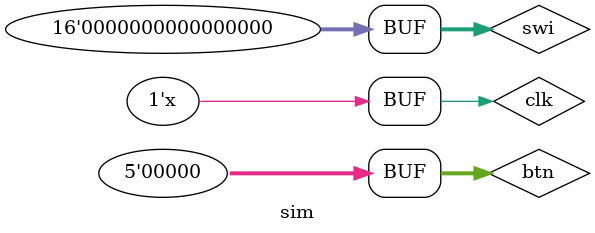
<source format=sv>
`timescale 1ns / 1ns


module sim(
    );
    
    logic clk = 0;
    always
        #5 clk = ~clk;
    
    logic [0:4] btn;
    logic [0:15] swi;
    
    assign swi = 16'b0;
    
   // logic [0:15] content = 16'h1234;
    
    assign btn[0:4] = 5'b0000; 
    
    logic [0:6] seg;
    logic [0:3] position;
    logic dp;
    logic [0:15] led;
    logic [0:7] clkk;
    
    Clock_main U(
        .main_clk(clk),
        .btnIn(btn),
        .swi(swi),
        .seg(seg),
        .posi(position),
        .led(led),
        .dp(dp),
        .clkk(clkk)
        );
    
endmodule
</source>
